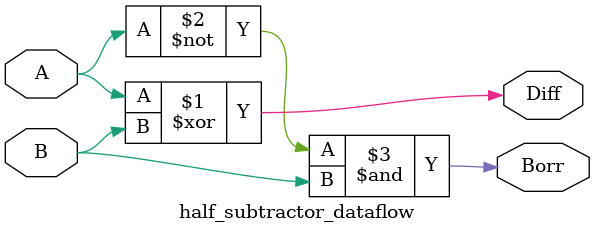
<source format=v>
/********************************************************************************************
Filename    :      half_subtractor_dataflow.v
Description :      Half Subtractor RTL (Dataflow Modeling)
Author Name :      Sajeel Abid Parray
Language    :      Verilog HDL
Project     :      Full Subtractor using 2 Half Subtractors 
Date        :      17-November-2025
*********************************************************************************************/

module half_subtractor_dataflow ( 

input A,B,
output Diff,Borr   );

assign Diff = A ^ B;        // Difference calculation 
assign Borr = ~A & B;      // Borrow calculation

endmodule
</source>
